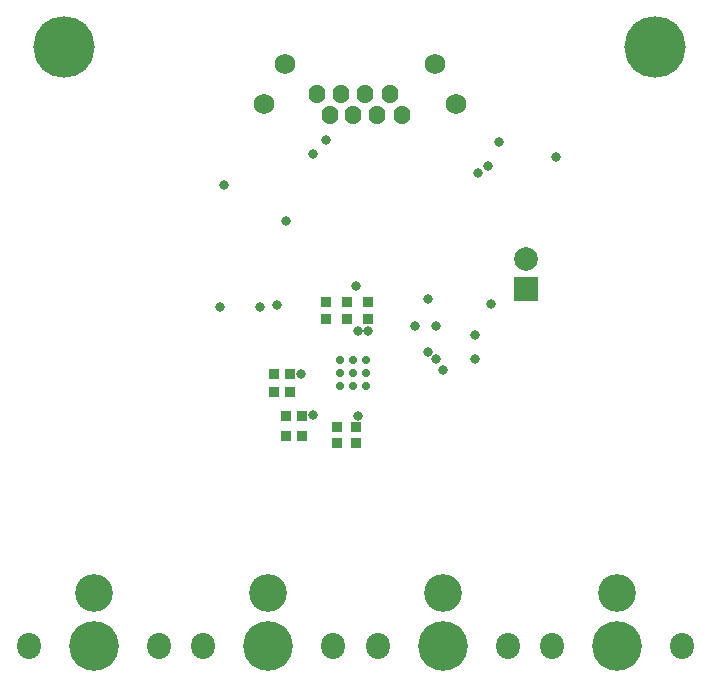
<source format=gbs>
%FSLAX24Y24*%
%MOIN*%
G70*
G01*
G75*
G04 Layer_Color=16711935*
%ADD10C,0.0079*%
%ADD11R,0.0300X0.0300*%
%ADD12R,0.0300X0.0300*%
%ADD13R,0.0492X0.0768*%
%ADD14R,0.0276X0.0079*%
%ADD15R,0.1437X0.1437*%
%ADD16R,0.0079X0.0276*%
%ADD17R,0.0236X0.0394*%
%ADD18R,0.1378X0.0846*%
%ADD19R,0.0433X0.0846*%
%ADD20R,0.0433X0.0846*%
%ADD21R,0.0433X0.0236*%
%ADD22R,0.0500X0.0400*%
%ADD23O,0.0512X0.0138*%
%ADD24R,0.0400X0.0500*%
%ADD25R,0.0787X0.0472*%
%ADD26C,0.0118*%
%ADD27R,0.1400X0.0900*%
%ADD28R,0.1140X0.0550*%
%ADD29R,0.1400X0.1550*%
%ADD30C,0.1969*%
%ADD31C,0.1181*%
%ADD32C,0.1575*%
%ADD33O,0.0709X0.0787*%
%ADD34C,0.0600*%
%ADD35O,0.0472X0.0551*%
%ADD36R,0.0709X0.0709*%
%ADD37C,0.0709*%
%ADD38C,0.0236*%
%ADD39C,0.0197*%
%ADD40C,0.0039*%
%ADD41C,0.0098*%
%ADD42C,0.0100*%
%ADD43C,0.0090*%
%ADD44C,0.0050*%
%ADD45R,0.0380X0.0380*%
%ADD46R,0.0380X0.0380*%
%ADD47R,0.0572X0.0848*%
%ADD48R,0.0356X0.0159*%
%ADD49R,0.1517X0.1517*%
%ADD50R,0.0159X0.0356*%
%ADD51R,0.0316X0.0474*%
%ADD52R,0.1458X0.0926*%
%ADD53R,0.0513X0.0926*%
%ADD54R,0.0513X0.0926*%
%ADD55R,0.0513X0.0316*%
%ADD56R,0.0580X0.0480*%
%ADD57O,0.0592X0.0218*%
%ADD58R,0.0480X0.0580*%
%ADD59R,0.0867X0.0552*%
%ADD60C,0.2049*%
%ADD61C,0.1261*%
%ADD62C,0.1655*%
%ADD63O,0.0789X0.0867*%
%ADD64C,0.0680*%
%ADD65O,0.0552X0.0631*%
%ADD66R,0.0789X0.0789*%
%ADD67C,0.0789*%
%ADD68C,0.0316*%
%ADD69C,0.0277*%
D45*
X12100Y13150D02*
D03*
Y12600D02*
D03*
X11050Y8450D02*
D03*
Y9000D02*
D03*
X11700Y8450D02*
D03*
Y9000D02*
D03*
X11400Y13150D02*
D03*
Y12600D02*
D03*
X10700Y13150D02*
D03*
Y12600D02*
D03*
D46*
X9350Y8700D02*
D03*
X9900D02*
D03*
X9350Y9350D02*
D03*
X9900D02*
D03*
X8950Y10750D02*
D03*
X9500D02*
D03*
X8950Y10150D02*
D03*
X9500D02*
D03*
D60*
X21654Y21654D02*
D03*
X1969D02*
D03*
D61*
X20400Y3472D02*
D03*
X14583D02*
D03*
X8767D02*
D03*
X2950D02*
D03*
D62*
X20400Y1700D02*
D03*
X14583D02*
D03*
X8767D02*
D03*
X2950D02*
D03*
D63*
X22565D02*
D03*
X18235D02*
D03*
X16749D02*
D03*
X12418D02*
D03*
X10932D02*
D03*
X6601D02*
D03*
X5115D02*
D03*
X785D02*
D03*
D64*
X8610Y19750D02*
D03*
X15012D02*
D03*
X9311Y21101D02*
D03*
X14311D02*
D03*
D65*
X10409Y20100D02*
D03*
X11205Y20101D02*
D03*
X12008Y20100D02*
D03*
X10811Y19400D02*
D03*
X11606D02*
D03*
X12409D02*
D03*
X12811Y20101D02*
D03*
X13213Y19400D02*
D03*
D66*
X17350Y13600D02*
D03*
D67*
Y14600D02*
D03*
D68*
X10700Y18550D02*
D03*
X11700Y13700D02*
D03*
X9350Y15850D02*
D03*
X14100Y13250D02*
D03*
X15650Y11250D02*
D03*
Y12050D02*
D03*
X16450Y18500D02*
D03*
X15750Y17450D02*
D03*
X18350Y18000D02*
D03*
X16100Y17700D02*
D03*
X7150Y13000D02*
D03*
X9050Y13050D02*
D03*
X8500Y13000D02*
D03*
X10250Y9400D02*
D03*
Y18100D02*
D03*
X7300Y17050D02*
D03*
X13650Y12350D02*
D03*
X14350D02*
D03*
X16200Y13100D02*
D03*
X14600Y10900D02*
D03*
X14350Y11250D02*
D03*
X14100Y11500D02*
D03*
X11750Y12200D02*
D03*
X12100D02*
D03*
X9850Y10750D02*
D03*
X11750Y9350D02*
D03*
D69*
X11167Y10367D02*
D03*
Y10800D02*
D03*
Y11233D02*
D03*
X11600Y10367D02*
D03*
Y10800D02*
D03*
Y11233D02*
D03*
X12033Y10367D02*
D03*
Y10800D02*
D03*
Y11233D02*
D03*
M02*

</source>
